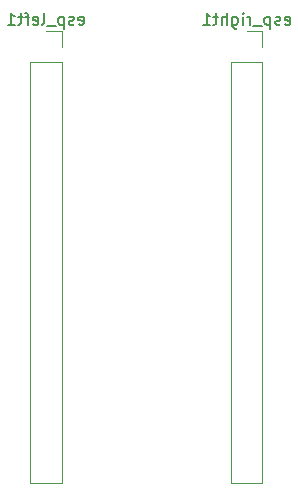
<source format=gbr>
%TF.GenerationSoftware,KiCad,Pcbnew,8.99.0-unknown-e6b739776e~181~ubuntu24.04.1*%
%TF.CreationDate,2024-12-30T21:47:43+01:00*%
%TF.ProjectId,Spinne_Werkstatt,5370696e-6e65-45f5-9765-726b73746174,rev?*%
%TF.SameCoordinates,Original*%
%TF.FileFunction,Legend,Bot*%
%TF.FilePolarity,Positive*%
%FSLAX46Y46*%
G04 Gerber Fmt 4.6, Leading zero omitted, Abs format (unit mm)*
G04 Created by KiCad (PCBNEW 8.99.0-unknown-e6b739776e~181~ubuntu24.04.1) date 2024-12-30 21:47:43*
%MOMM*%
%LPD*%
G01*
G04 APERTURE LIST*
%ADD10C,0.150000*%
%ADD11C,0.120000*%
G04 APERTURE END LIST*
D10*
X151261905Y-75577200D02*
X151357143Y-75624819D01*
X151357143Y-75624819D02*
X151547619Y-75624819D01*
X151547619Y-75624819D02*
X151642857Y-75577200D01*
X151642857Y-75577200D02*
X151690476Y-75481961D01*
X151690476Y-75481961D02*
X151690476Y-75101009D01*
X151690476Y-75101009D02*
X151642857Y-75005771D01*
X151642857Y-75005771D02*
X151547619Y-74958152D01*
X151547619Y-74958152D02*
X151357143Y-74958152D01*
X151357143Y-74958152D02*
X151261905Y-75005771D01*
X151261905Y-75005771D02*
X151214286Y-75101009D01*
X151214286Y-75101009D02*
X151214286Y-75196247D01*
X151214286Y-75196247D02*
X151690476Y-75291485D01*
X150833333Y-75577200D02*
X150738095Y-75624819D01*
X150738095Y-75624819D02*
X150547619Y-75624819D01*
X150547619Y-75624819D02*
X150452381Y-75577200D01*
X150452381Y-75577200D02*
X150404762Y-75481961D01*
X150404762Y-75481961D02*
X150404762Y-75434342D01*
X150404762Y-75434342D02*
X150452381Y-75339104D01*
X150452381Y-75339104D02*
X150547619Y-75291485D01*
X150547619Y-75291485D02*
X150690476Y-75291485D01*
X150690476Y-75291485D02*
X150785714Y-75243866D01*
X150785714Y-75243866D02*
X150833333Y-75148628D01*
X150833333Y-75148628D02*
X150833333Y-75101009D01*
X150833333Y-75101009D02*
X150785714Y-75005771D01*
X150785714Y-75005771D02*
X150690476Y-74958152D01*
X150690476Y-74958152D02*
X150547619Y-74958152D01*
X150547619Y-74958152D02*
X150452381Y-75005771D01*
X149976190Y-74958152D02*
X149976190Y-75958152D01*
X149976190Y-75005771D02*
X149880952Y-74958152D01*
X149880952Y-74958152D02*
X149690476Y-74958152D01*
X149690476Y-74958152D02*
X149595238Y-75005771D01*
X149595238Y-75005771D02*
X149547619Y-75053390D01*
X149547619Y-75053390D02*
X149500000Y-75148628D01*
X149500000Y-75148628D02*
X149500000Y-75434342D01*
X149500000Y-75434342D02*
X149547619Y-75529580D01*
X149547619Y-75529580D02*
X149595238Y-75577200D01*
X149595238Y-75577200D02*
X149690476Y-75624819D01*
X149690476Y-75624819D02*
X149880952Y-75624819D01*
X149880952Y-75624819D02*
X149976190Y-75577200D01*
X149309524Y-75720057D02*
X148547619Y-75720057D01*
X148309523Y-75624819D02*
X148309523Y-74958152D01*
X148309523Y-75148628D02*
X148261904Y-75053390D01*
X148261904Y-75053390D02*
X148214285Y-75005771D01*
X148214285Y-75005771D02*
X148119047Y-74958152D01*
X148119047Y-74958152D02*
X148023809Y-74958152D01*
X147690475Y-75624819D02*
X147690475Y-74958152D01*
X147690475Y-74624819D02*
X147738094Y-74672438D01*
X147738094Y-74672438D02*
X147690475Y-74720057D01*
X147690475Y-74720057D02*
X147642856Y-74672438D01*
X147642856Y-74672438D02*
X147690475Y-74624819D01*
X147690475Y-74624819D02*
X147690475Y-74720057D01*
X146785714Y-74958152D02*
X146785714Y-75767676D01*
X146785714Y-75767676D02*
X146833333Y-75862914D01*
X146833333Y-75862914D02*
X146880952Y-75910533D01*
X146880952Y-75910533D02*
X146976190Y-75958152D01*
X146976190Y-75958152D02*
X147119047Y-75958152D01*
X147119047Y-75958152D02*
X147214285Y-75910533D01*
X146785714Y-75577200D02*
X146880952Y-75624819D01*
X146880952Y-75624819D02*
X147071428Y-75624819D01*
X147071428Y-75624819D02*
X147166666Y-75577200D01*
X147166666Y-75577200D02*
X147214285Y-75529580D01*
X147214285Y-75529580D02*
X147261904Y-75434342D01*
X147261904Y-75434342D02*
X147261904Y-75148628D01*
X147261904Y-75148628D02*
X147214285Y-75053390D01*
X147214285Y-75053390D02*
X147166666Y-75005771D01*
X147166666Y-75005771D02*
X147071428Y-74958152D01*
X147071428Y-74958152D02*
X146880952Y-74958152D01*
X146880952Y-74958152D02*
X146785714Y-75005771D01*
X146309523Y-75624819D02*
X146309523Y-74624819D01*
X145880952Y-75624819D02*
X145880952Y-75101009D01*
X145880952Y-75101009D02*
X145928571Y-75005771D01*
X145928571Y-75005771D02*
X146023809Y-74958152D01*
X146023809Y-74958152D02*
X146166666Y-74958152D01*
X146166666Y-74958152D02*
X146261904Y-75005771D01*
X146261904Y-75005771D02*
X146309523Y-75053390D01*
X145547618Y-74958152D02*
X145166666Y-74958152D01*
X145404761Y-74624819D02*
X145404761Y-75481961D01*
X145404761Y-75481961D02*
X145357142Y-75577200D01*
X145357142Y-75577200D02*
X145261904Y-75624819D01*
X145261904Y-75624819D02*
X145166666Y-75624819D01*
X144309523Y-75624819D02*
X144880951Y-75624819D01*
X144595237Y-75624819D02*
X144595237Y-74624819D01*
X144595237Y-74624819D02*
X144690475Y-74767676D01*
X144690475Y-74767676D02*
X144785713Y-74862914D01*
X144785713Y-74862914D02*
X144880951Y-74910533D01*
X133785715Y-75577200D02*
X133880953Y-75624819D01*
X133880953Y-75624819D02*
X134071429Y-75624819D01*
X134071429Y-75624819D02*
X134166667Y-75577200D01*
X134166667Y-75577200D02*
X134214286Y-75481961D01*
X134214286Y-75481961D02*
X134214286Y-75101009D01*
X134214286Y-75101009D02*
X134166667Y-75005771D01*
X134166667Y-75005771D02*
X134071429Y-74958152D01*
X134071429Y-74958152D02*
X133880953Y-74958152D01*
X133880953Y-74958152D02*
X133785715Y-75005771D01*
X133785715Y-75005771D02*
X133738096Y-75101009D01*
X133738096Y-75101009D02*
X133738096Y-75196247D01*
X133738096Y-75196247D02*
X134214286Y-75291485D01*
X133357143Y-75577200D02*
X133261905Y-75624819D01*
X133261905Y-75624819D02*
X133071429Y-75624819D01*
X133071429Y-75624819D02*
X132976191Y-75577200D01*
X132976191Y-75577200D02*
X132928572Y-75481961D01*
X132928572Y-75481961D02*
X132928572Y-75434342D01*
X132928572Y-75434342D02*
X132976191Y-75339104D01*
X132976191Y-75339104D02*
X133071429Y-75291485D01*
X133071429Y-75291485D02*
X133214286Y-75291485D01*
X133214286Y-75291485D02*
X133309524Y-75243866D01*
X133309524Y-75243866D02*
X133357143Y-75148628D01*
X133357143Y-75148628D02*
X133357143Y-75101009D01*
X133357143Y-75101009D02*
X133309524Y-75005771D01*
X133309524Y-75005771D02*
X133214286Y-74958152D01*
X133214286Y-74958152D02*
X133071429Y-74958152D01*
X133071429Y-74958152D02*
X132976191Y-75005771D01*
X132500000Y-74958152D02*
X132500000Y-75958152D01*
X132500000Y-75005771D02*
X132404762Y-74958152D01*
X132404762Y-74958152D02*
X132214286Y-74958152D01*
X132214286Y-74958152D02*
X132119048Y-75005771D01*
X132119048Y-75005771D02*
X132071429Y-75053390D01*
X132071429Y-75053390D02*
X132023810Y-75148628D01*
X132023810Y-75148628D02*
X132023810Y-75434342D01*
X132023810Y-75434342D02*
X132071429Y-75529580D01*
X132071429Y-75529580D02*
X132119048Y-75577200D01*
X132119048Y-75577200D02*
X132214286Y-75624819D01*
X132214286Y-75624819D02*
X132404762Y-75624819D01*
X132404762Y-75624819D02*
X132500000Y-75577200D01*
X131833334Y-75720057D02*
X131071429Y-75720057D01*
X130690476Y-75624819D02*
X130785714Y-75577200D01*
X130785714Y-75577200D02*
X130833333Y-75481961D01*
X130833333Y-75481961D02*
X130833333Y-74624819D01*
X129928571Y-75577200D02*
X130023809Y-75624819D01*
X130023809Y-75624819D02*
X130214285Y-75624819D01*
X130214285Y-75624819D02*
X130309523Y-75577200D01*
X130309523Y-75577200D02*
X130357142Y-75481961D01*
X130357142Y-75481961D02*
X130357142Y-75101009D01*
X130357142Y-75101009D02*
X130309523Y-75005771D01*
X130309523Y-75005771D02*
X130214285Y-74958152D01*
X130214285Y-74958152D02*
X130023809Y-74958152D01*
X130023809Y-74958152D02*
X129928571Y-75005771D01*
X129928571Y-75005771D02*
X129880952Y-75101009D01*
X129880952Y-75101009D02*
X129880952Y-75196247D01*
X129880952Y-75196247D02*
X130357142Y-75291485D01*
X129595237Y-74958152D02*
X129214285Y-74958152D01*
X129452380Y-75624819D02*
X129452380Y-74767676D01*
X129452380Y-74767676D02*
X129404761Y-74672438D01*
X129404761Y-74672438D02*
X129309523Y-74624819D01*
X129309523Y-74624819D02*
X129214285Y-74624819D01*
X129023808Y-74958152D02*
X128642856Y-74958152D01*
X128880951Y-74624819D02*
X128880951Y-75481961D01*
X128880951Y-75481961D02*
X128833332Y-75577200D01*
X128833332Y-75577200D02*
X128738094Y-75624819D01*
X128738094Y-75624819D02*
X128642856Y-75624819D01*
X127785713Y-75624819D02*
X128357141Y-75624819D01*
X128071427Y-75624819D02*
X128071427Y-74624819D01*
X128071427Y-74624819D02*
X128166665Y-74767676D01*
X128166665Y-74767676D02*
X128261903Y-74862914D01*
X128261903Y-74862914D02*
X128357141Y-74910533D01*
D11*
%TO.C,esp_right1*%
X149330000Y-114390000D02*
X146670000Y-114390000D01*
X149330000Y-78770000D02*
X149330000Y-114390000D01*
X149330000Y-78770000D02*
X146670000Y-78770000D01*
X149330000Y-77500000D02*
X149330000Y-76170000D01*
X149330000Y-76170000D02*
X148000000Y-76170000D01*
X146670000Y-78770000D02*
X146670000Y-114390000D01*
%TO.C,esp_left1*%
X132330000Y-114390000D02*
X129670000Y-114390000D01*
X132330000Y-78770000D02*
X132330000Y-114390000D01*
X132330000Y-78770000D02*
X129670000Y-78770000D01*
X132330000Y-77500000D02*
X132330000Y-76170000D01*
X132330000Y-76170000D02*
X131000000Y-76170000D01*
X129670000Y-78770000D02*
X129670000Y-114390000D01*
%TD*%
M02*

</source>
